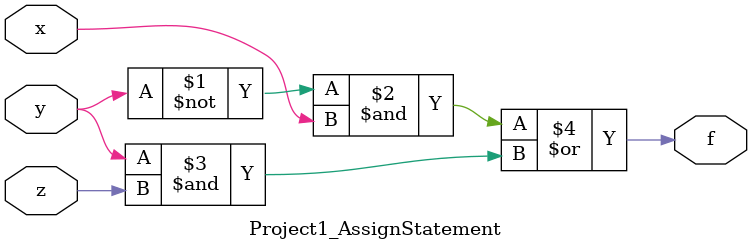
<source format=v>
module Project1_AssignStatement
(
	input x,y,z,
	output f
);

assign f = ~y & x | y & z;

endmodule

</source>
